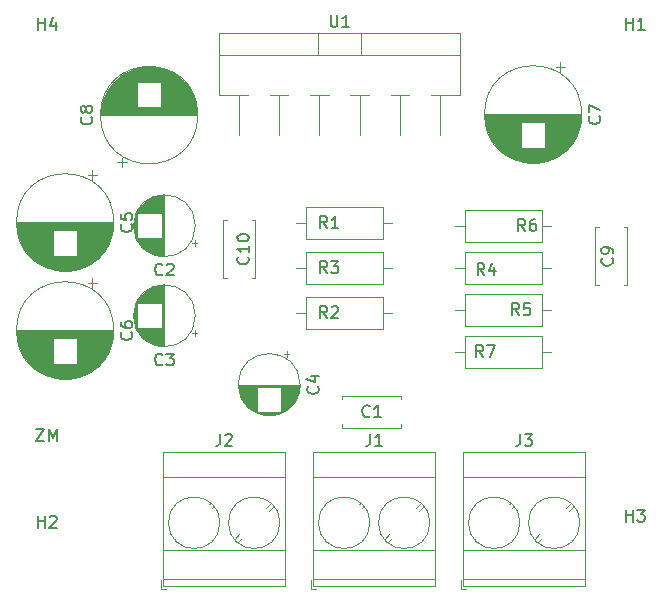
<source format=gbr>
G04 #@! TF.GenerationSoftware,KiCad,Pcbnew,(5.1.4-0-10_14)*
G04 #@! TF.CreationDate,2021-05-27T15:15:14+02:00*
G04 #@! TF.ProjectId,Untitled,556e7469-746c-4656-942e-6b696361645f,rev?*
G04 #@! TF.SameCoordinates,Original*
G04 #@! TF.FileFunction,Legend,Top*
G04 #@! TF.FilePolarity,Positive*
%FSLAX46Y46*%
G04 Gerber Fmt 4.6, Leading zero omitted, Abs format (unit mm)*
G04 Created by KiCad (PCBNEW (5.1.4-0-10_14)) date 2021-05-27 15:15:14*
%MOMM*%
%LPD*%
G04 APERTURE LIST*
%ADD10C,0.150000*%
%ADD11C,0.120000*%
G04 APERTURE END LIST*
D10*
X104759238Y-72096380D02*
X105425904Y-72096380D01*
X104759238Y-73096380D01*
X105425904Y-73096380D01*
X105806857Y-73096380D02*
X105806857Y-72096380D01*
X106140190Y-72810666D01*
X106473523Y-72096380D01*
X106473523Y-73096380D01*
D11*
X135606000Y-71982000D02*
X130666000Y-71982000D01*
X135606000Y-69242000D02*
X130666000Y-69242000D01*
X135606000Y-71982000D02*
X135606000Y-71667000D01*
X135606000Y-69557000D02*
X135606000Y-69242000D01*
X130666000Y-71982000D02*
X130666000Y-71667000D01*
X130666000Y-69557000D02*
X130666000Y-69242000D01*
X118210000Y-54864000D02*
G75*
G03X118210000Y-54864000I-2620000J0D01*
G01*
X115590000Y-57444000D02*
X115590000Y-52284000D01*
X115550000Y-57444000D02*
X115550000Y-52284000D01*
X115510000Y-57443000D02*
X115510000Y-52285000D01*
X115470000Y-57442000D02*
X115470000Y-52286000D01*
X115430000Y-57440000D02*
X115430000Y-52288000D01*
X115390000Y-57437000D02*
X115390000Y-52291000D01*
X115350000Y-57433000D02*
X115350000Y-55904000D01*
X115350000Y-53824000D02*
X115350000Y-52295000D01*
X115310000Y-57429000D02*
X115310000Y-55904000D01*
X115310000Y-53824000D02*
X115310000Y-52299000D01*
X115270000Y-57425000D02*
X115270000Y-55904000D01*
X115270000Y-53824000D02*
X115270000Y-52303000D01*
X115230000Y-57420000D02*
X115230000Y-55904000D01*
X115230000Y-53824000D02*
X115230000Y-52308000D01*
X115190000Y-57414000D02*
X115190000Y-55904000D01*
X115190000Y-53824000D02*
X115190000Y-52314000D01*
X115150000Y-57407000D02*
X115150000Y-55904000D01*
X115150000Y-53824000D02*
X115150000Y-52321000D01*
X115110000Y-57400000D02*
X115110000Y-55904000D01*
X115110000Y-53824000D02*
X115110000Y-52328000D01*
X115070000Y-57392000D02*
X115070000Y-55904000D01*
X115070000Y-53824000D02*
X115070000Y-52336000D01*
X115030000Y-57384000D02*
X115030000Y-55904000D01*
X115030000Y-53824000D02*
X115030000Y-52344000D01*
X114990000Y-57375000D02*
X114990000Y-55904000D01*
X114990000Y-53824000D02*
X114990000Y-52353000D01*
X114950000Y-57365000D02*
X114950000Y-55904000D01*
X114950000Y-53824000D02*
X114950000Y-52363000D01*
X114910000Y-57355000D02*
X114910000Y-55904000D01*
X114910000Y-53824000D02*
X114910000Y-52373000D01*
X114869000Y-57344000D02*
X114869000Y-55904000D01*
X114869000Y-53824000D02*
X114869000Y-52384000D01*
X114829000Y-57332000D02*
X114829000Y-55904000D01*
X114829000Y-53824000D02*
X114829000Y-52396000D01*
X114789000Y-57319000D02*
X114789000Y-55904000D01*
X114789000Y-53824000D02*
X114789000Y-52409000D01*
X114749000Y-57306000D02*
X114749000Y-55904000D01*
X114749000Y-53824000D02*
X114749000Y-52422000D01*
X114709000Y-57292000D02*
X114709000Y-55904000D01*
X114709000Y-53824000D02*
X114709000Y-52436000D01*
X114669000Y-57278000D02*
X114669000Y-55904000D01*
X114669000Y-53824000D02*
X114669000Y-52450000D01*
X114629000Y-57262000D02*
X114629000Y-55904000D01*
X114629000Y-53824000D02*
X114629000Y-52466000D01*
X114589000Y-57246000D02*
X114589000Y-55904000D01*
X114589000Y-53824000D02*
X114589000Y-52482000D01*
X114549000Y-57229000D02*
X114549000Y-55904000D01*
X114549000Y-53824000D02*
X114549000Y-52499000D01*
X114509000Y-57212000D02*
X114509000Y-55904000D01*
X114509000Y-53824000D02*
X114509000Y-52516000D01*
X114469000Y-57193000D02*
X114469000Y-55904000D01*
X114469000Y-53824000D02*
X114469000Y-52535000D01*
X114429000Y-57174000D02*
X114429000Y-55904000D01*
X114429000Y-53824000D02*
X114429000Y-52554000D01*
X114389000Y-57154000D02*
X114389000Y-55904000D01*
X114389000Y-53824000D02*
X114389000Y-52574000D01*
X114349000Y-57132000D02*
X114349000Y-55904000D01*
X114349000Y-53824000D02*
X114349000Y-52596000D01*
X114309000Y-57111000D02*
X114309000Y-55904000D01*
X114309000Y-53824000D02*
X114309000Y-52617000D01*
X114269000Y-57088000D02*
X114269000Y-55904000D01*
X114269000Y-53824000D02*
X114269000Y-52640000D01*
X114229000Y-57064000D02*
X114229000Y-55904000D01*
X114229000Y-53824000D02*
X114229000Y-52664000D01*
X114189000Y-57039000D02*
X114189000Y-55904000D01*
X114189000Y-53824000D02*
X114189000Y-52689000D01*
X114149000Y-57013000D02*
X114149000Y-55904000D01*
X114149000Y-53824000D02*
X114149000Y-52715000D01*
X114109000Y-56986000D02*
X114109000Y-55904000D01*
X114109000Y-53824000D02*
X114109000Y-52742000D01*
X114069000Y-56959000D02*
X114069000Y-55904000D01*
X114069000Y-53824000D02*
X114069000Y-52769000D01*
X114029000Y-56929000D02*
X114029000Y-55904000D01*
X114029000Y-53824000D02*
X114029000Y-52799000D01*
X113989000Y-56899000D02*
X113989000Y-55904000D01*
X113989000Y-53824000D02*
X113989000Y-52829000D01*
X113949000Y-56868000D02*
X113949000Y-55904000D01*
X113949000Y-53824000D02*
X113949000Y-52860000D01*
X113909000Y-56835000D02*
X113909000Y-55904000D01*
X113909000Y-53824000D02*
X113909000Y-52893000D01*
X113869000Y-56801000D02*
X113869000Y-55904000D01*
X113869000Y-53824000D02*
X113869000Y-52927000D01*
X113829000Y-56765000D02*
X113829000Y-55904000D01*
X113829000Y-53824000D02*
X113829000Y-52963000D01*
X113789000Y-56728000D02*
X113789000Y-55904000D01*
X113789000Y-53824000D02*
X113789000Y-53000000D01*
X113749000Y-56690000D02*
X113749000Y-55904000D01*
X113749000Y-53824000D02*
X113749000Y-53038000D01*
X113709000Y-56649000D02*
X113709000Y-55904000D01*
X113709000Y-53824000D02*
X113709000Y-53079000D01*
X113669000Y-56607000D02*
X113669000Y-55904000D01*
X113669000Y-53824000D02*
X113669000Y-53121000D01*
X113629000Y-56563000D02*
X113629000Y-55904000D01*
X113629000Y-53824000D02*
X113629000Y-53165000D01*
X113589000Y-56517000D02*
X113589000Y-55904000D01*
X113589000Y-53824000D02*
X113589000Y-53211000D01*
X113549000Y-56469000D02*
X113549000Y-55904000D01*
X113549000Y-53824000D02*
X113549000Y-53259000D01*
X113509000Y-56418000D02*
X113509000Y-55904000D01*
X113509000Y-53824000D02*
X113509000Y-53310000D01*
X113469000Y-56364000D02*
X113469000Y-55904000D01*
X113469000Y-53824000D02*
X113469000Y-53364000D01*
X113429000Y-56307000D02*
X113429000Y-55904000D01*
X113429000Y-53824000D02*
X113429000Y-53421000D01*
X113389000Y-56247000D02*
X113389000Y-55904000D01*
X113389000Y-53824000D02*
X113389000Y-53481000D01*
X113349000Y-56183000D02*
X113349000Y-55904000D01*
X113349000Y-53824000D02*
X113349000Y-53545000D01*
X113309000Y-56115000D02*
X113309000Y-55904000D01*
X113309000Y-53824000D02*
X113309000Y-53613000D01*
X113269000Y-56042000D02*
X113269000Y-53686000D01*
X113229000Y-55962000D02*
X113229000Y-53766000D01*
X113189000Y-55875000D02*
X113189000Y-53853000D01*
X113149000Y-55779000D02*
X113149000Y-53949000D01*
X113109000Y-55669000D02*
X113109000Y-54059000D01*
X113069000Y-55541000D02*
X113069000Y-54187000D01*
X113029000Y-55382000D02*
X113029000Y-54346000D01*
X112989000Y-55148000D02*
X112989000Y-54580000D01*
X118394775Y-56339000D02*
X117894775Y-56339000D01*
X118144775Y-56589000D02*
X118144775Y-56089000D01*
X118144775Y-64209000D02*
X118144775Y-63709000D01*
X118394775Y-63959000D02*
X117894775Y-63959000D01*
X112989000Y-62768000D02*
X112989000Y-62200000D01*
X113029000Y-63002000D02*
X113029000Y-61966000D01*
X113069000Y-63161000D02*
X113069000Y-61807000D01*
X113109000Y-63289000D02*
X113109000Y-61679000D01*
X113149000Y-63399000D02*
X113149000Y-61569000D01*
X113189000Y-63495000D02*
X113189000Y-61473000D01*
X113229000Y-63582000D02*
X113229000Y-61386000D01*
X113269000Y-63662000D02*
X113269000Y-61306000D01*
X113309000Y-61444000D02*
X113309000Y-61233000D01*
X113309000Y-63735000D02*
X113309000Y-63524000D01*
X113349000Y-61444000D02*
X113349000Y-61165000D01*
X113349000Y-63803000D02*
X113349000Y-63524000D01*
X113389000Y-61444000D02*
X113389000Y-61101000D01*
X113389000Y-63867000D02*
X113389000Y-63524000D01*
X113429000Y-61444000D02*
X113429000Y-61041000D01*
X113429000Y-63927000D02*
X113429000Y-63524000D01*
X113469000Y-61444000D02*
X113469000Y-60984000D01*
X113469000Y-63984000D02*
X113469000Y-63524000D01*
X113509000Y-61444000D02*
X113509000Y-60930000D01*
X113509000Y-64038000D02*
X113509000Y-63524000D01*
X113549000Y-61444000D02*
X113549000Y-60879000D01*
X113549000Y-64089000D02*
X113549000Y-63524000D01*
X113589000Y-61444000D02*
X113589000Y-60831000D01*
X113589000Y-64137000D02*
X113589000Y-63524000D01*
X113629000Y-61444000D02*
X113629000Y-60785000D01*
X113629000Y-64183000D02*
X113629000Y-63524000D01*
X113669000Y-61444000D02*
X113669000Y-60741000D01*
X113669000Y-64227000D02*
X113669000Y-63524000D01*
X113709000Y-61444000D02*
X113709000Y-60699000D01*
X113709000Y-64269000D02*
X113709000Y-63524000D01*
X113749000Y-61444000D02*
X113749000Y-60658000D01*
X113749000Y-64310000D02*
X113749000Y-63524000D01*
X113789000Y-61444000D02*
X113789000Y-60620000D01*
X113789000Y-64348000D02*
X113789000Y-63524000D01*
X113829000Y-61444000D02*
X113829000Y-60583000D01*
X113829000Y-64385000D02*
X113829000Y-63524000D01*
X113869000Y-61444000D02*
X113869000Y-60547000D01*
X113869000Y-64421000D02*
X113869000Y-63524000D01*
X113909000Y-61444000D02*
X113909000Y-60513000D01*
X113909000Y-64455000D02*
X113909000Y-63524000D01*
X113949000Y-61444000D02*
X113949000Y-60480000D01*
X113949000Y-64488000D02*
X113949000Y-63524000D01*
X113989000Y-61444000D02*
X113989000Y-60449000D01*
X113989000Y-64519000D02*
X113989000Y-63524000D01*
X114029000Y-61444000D02*
X114029000Y-60419000D01*
X114029000Y-64549000D02*
X114029000Y-63524000D01*
X114069000Y-61444000D02*
X114069000Y-60389000D01*
X114069000Y-64579000D02*
X114069000Y-63524000D01*
X114109000Y-61444000D02*
X114109000Y-60362000D01*
X114109000Y-64606000D02*
X114109000Y-63524000D01*
X114149000Y-61444000D02*
X114149000Y-60335000D01*
X114149000Y-64633000D02*
X114149000Y-63524000D01*
X114189000Y-61444000D02*
X114189000Y-60309000D01*
X114189000Y-64659000D02*
X114189000Y-63524000D01*
X114229000Y-61444000D02*
X114229000Y-60284000D01*
X114229000Y-64684000D02*
X114229000Y-63524000D01*
X114269000Y-61444000D02*
X114269000Y-60260000D01*
X114269000Y-64708000D02*
X114269000Y-63524000D01*
X114309000Y-61444000D02*
X114309000Y-60237000D01*
X114309000Y-64731000D02*
X114309000Y-63524000D01*
X114349000Y-61444000D02*
X114349000Y-60216000D01*
X114349000Y-64752000D02*
X114349000Y-63524000D01*
X114389000Y-61444000D02*
X114389000Y-60194000D01*
X114389000Y-64774000D02*
X114389000Y-63524000D01*
X114429000Y-61444000D02*
X114429000Y-60174000D01*
X114429000Y-64794000D02*
X114429000Y-63524000D01*
X114469000Y-61444000D02*
X114469000Y-60155000D01*
X114469000Y-64813000D02*
X114469000Y-63524000D01*
X114509000Y-61444000D02*
X114509000Y-60136000D01*
X114509000Y-64832000D02*
X114509000Y-63524000D01*
X114549000Y-61444000D02*
X114549000Y-60119000D01*
X114549000Y-64849000D02*
X114549000Y-63524000D01*
X114589000Y-61444000D02*
X114589000Y-60102000D01*
X114589000Y-64866000D02*
X114589000Y-63524000D01*
X114629000Y-61444000D02*
X114629000Y-60086000D01*
X114629000Y-64882000D02*
X114629000Y-63524000D01*
X114669000Y-61444000D02*
X114669000Y-60070000D01*
X114669000Y-64898000D02*
X114669000Y-63524000D01*
X114709000Y-61444000D02*
X114709000Y-60056000D01*
X114709000Y-64912000D02*
X114709000Y-63524000D01*
X114749000Y-61444000D02*
X114749000Y-60042000D01*
X114749000Y-64926000D02*
X114749000Y-63524000D01*
X114789000Y-61444000D02*
X114789000Y-60029000D01*
X114789000Y-64939000D02*
X114789000Y-63524000D01*
X114829000Y-61444000D02*
X114829000Y-60016000D01*
X114829000Y-64952000D02*
X114829000Y-63524000D01*
X114869000Y-61444000D02*
X114869000Y-60004000D01*
X114869000Y-64964000D02*
X114869000Y-63524000D01*
X114910000Y-61444000D02*
X114910000Y-59993000D01*
X114910000Y-64975000D02*
X114910000Y-63524000D01*
X114950000Y-61444000D02*
X114950000Y-59983000D01*
X114950000Y-64985000D02*
X114950000Y-63524000D01*
X114990000Y-61444000D02*
X114990000Y-59973000D01*
X114990000Y-64995000D02*
X114990000Y-63524000D01*
X115030000Y-61444000D02*
X115030000Y-59964000D01*
X115030000Y-65004000D02*
X115030000Y-63524000D01*
X115070000Y-61444000D02*
X115070000Y-59956000D01*
X115070000Y-65012000D02*
X115070000Y-63524000D01*
X115110000Y-61444000D02*
X115110000Y-59948000D01*
X115110000Y-65020000D02*
X115110000Y-63524000D01*
X115150000Y-61444000D02*
X115150000Y-59941000D01*
X115150000Y-65027000D02*
X115150000Y-63524000D01*
X115190000Y-61444000D02*
X115190000Y-59934000D01*
X115190000Y-65034000D02*
X115190000Y-63524000D01*
X115230000Y-61444000D02*
X115230000Y-59928000D01*
X115230000Y-65040000D02*
X115230000Y-63524000D01*
X115270000Y-61444000D02*
X115270000Y-59923000D01*
X115270000Y-65045000D02*
X115270000Y-63524000D01*
X115310000Y-61444000D02*
X115310000Y-59919000D01*
X115310000Y-65049000D02*
X115310000Y-63524000D01*
X115350000Y-61444000D02*
X115350000Y-59915000D01*
X115350000Y-65053000D02*
X115350000Y-63524000D01*
X115390000Y-65057000D02*
X115390000Y-59911000D01*
X115430000Y-65060000D02*
X115430000Y-59908000D01*
X115470000Y-65062000D02*
X115470000Y-59906000D01*
X115510000Y-65063000D02*
X115510000Y-59905000D01*
X115550000Y-65064000D02*
X115550000Y-59904000D01*
X115590000Y-65064000D02*
X115590000Y-59904000D01*
X118210000Y-62484000D02*
G75*
G03X118210000Y-62484000I-2620000J0D01*
G01*
X127080000Y-68306000D02*
G75*
G03X127080000Y-68306000I-2620000J0D01*
G01*
X127040000Y-68306000D02*
X121880000Y-68306000D01*
X127040000Y-68346000D02*
X121880000Y-68346000D01*
X127039000Y-68386000D02*
X121881000Y-68386000D01*
X127038000Y-68426000D02*
X121882000Y-68426000D01*
X127036000Y-68466000D02*
X121884000Y-68466000D01*
X127033000Y-68506000D02*
X121887000Y-68506000D01*
X127029000Y-68546000D02*
X125500000Y-68546000D01*
X123420000Y-68546000D02*
X121891000Y-68546000D01*
X127025000Y-68586000D02*
X125500000Y-68586000D01*
X123420000Y-68586000D02*
X121895000Y-68586000D01*
X127021000Y-68626000D02*
X125500000Y-68626000D01*
X123420000Y-68626000D02*
X121899000Y-68626000D01*
X127016000Y-68666000D02*
X125500000Y-68666000D01*
X123420000Y-68666000D02*
X121904000Y-68666000D01*
X127010000Y-68706000D02*
X125500000Y-68706000D01*
X123420000Y-68706000D02*
X121910000Y-68706000D01*
X127003000Y-68746000D02*
X125500000Y-68746000D01*
X123420000Y-68746000D02*
X121917000Y-68746000D01*
X126996000Y-68786000D02*
X125500000Y-68786000D01*
X123420000Y-68786000D02*
X121924000Y-68786000D01*
X126988000Y-68826000D02*
X125500000Y-68826000D01*
X123420000Y-68826000D02*
X121932000Y-68826000D01*
X126980000Y-68866000D02*
X125500000Y-68866000D01*
X123420000Y-68866000D02*
X121940000Y-68866000D01*
X126971000Y-68906000D02*
X125500000Y-68906000D01*
X123420000Y-68906000D02*
X121949000Y-68906000D01*
X126961000Y-68946000D02*
X125500000Y-68946000D01*
X123420000Y-68946000D02*
X121959000Y-68946000D01*
X126951000Y-68986000D02*
X125500000Y-68986000D01*
X123420000Y-68986000D02*
X121969000Y-68986000D01*
X126940000Y-69027000D02*
X125500000Y-69027000D01*
X123420000Y-69027000D02*
X121980000Y-69027000D01*
X126928000Y-69067000D02*
X125500000Y-69067000D01*
X123420000Y-69067000D02*
X121992000Y-69067000D01*
X126915000Y-69107000D02*
X125500000Y-69107000D01*
X123420000Y-69107000D02*
X122005000Y-69107000D01*
X126902000Y-69147000D02*
X125500000Y-69147000D01*
X123420000Y-69147000D02*
X122018000Y-69147000D01*
X126888000Y-69187000D02*
X125500000Y-69187000D01*
X123420000Y-69187000D02*
X122032000Y-69187000D01*
X126874000Y-69227000D02*
X125500000Y-69227000D01*
X123420000Y-69227000D02*
X122046000Y-69227000D01*
X126858000Y-69267000D02*
X125500000Y-69267000D01*
X123420000Y-69267000D02*
X122062000Y-69267000D01*
X126842000Y-69307000D02*
X125500000Y-69307000D01*
X123420000Y-69307000D02*
X122078000Y-69307000D01*
X126825000Y-69347000D02*
X125500000Y-69347000D01*
X123420000Y-69347000D02*
X122095000Y-69347000D01*
X126808000Y-69387000D02*
X125500000Y-69387000D01*
X123420000Y-69387000D02*
X122112000Y-69387000D01*
X126789000Y-69427000D02*
X125500000Y-69427000D01*
X123420000Y-69427000D02*
X122131000Y-69427000D01*
X126770000Y-69467000D02*
X125500000Y-69467000D01*
X123420000Y-69467000D02*
X122150000Y-69467000D01*
X126750000Y-69507000D02*
X125500000Y-69507000D01*
X123420000Y-69507000D02*
X122170000Y-69507000D01*
X126728000Y-69547000D02*
X125500000Y-69547000D01*
X123420000Y-69547000D02*
X122192000Y-69547000D01*
X126707000Y-69587000D02*
X125500000Y-69587000D01*
X123420000Y-69587000D02*
X122213000Y-69587000D01*
X126684000Y-69627000D02*
X125500000Y-69627000D01*
X123420000Y-69627000D02*
X122236000Y-69627000D01*
X126660000Y-69667000D02*
X125500000Y-69667000D01*
X123420000Y-69667000D02*
X122260000Y-69667000D01*
X126635000Y-69707000D02*
X125500000Y-69707000D01*
X123420000Y-69707000D02*
X122285000Y-69707000D01*
X126609000Y-69747000D02*
X125500000Y-69747000D01*
X123420000Y-69747000D02*
X122311000Y-69747000D01*
X126582000Y-69787000D02*
X125500000Y-69787000D01*
X123420000Y-69787000D02*
X122338000Y-69787000D01*
X126555000Y-69827000D02*
X125500000Y-69827000D01*
X123420000Y-69827000D02*
X122365000Y-69827000D01*
X126525000Y-69867000D02*
X125500000Y-69867000D01*
X123420000Y-69867000D02*
X122395000Y-69867000D01*
X126495000Y-69907000D02*
X125500000Y-69907000D01*
X123420000Y-69907000D02*
X122425000Y-69907000D01*
X126464000Y-69947000D02*
X125500000Y-69947000D01*
X123420000Y-69947000D02*
X122456000Y-69947000D01*
X126431000Y-69987000D02*
X125500000Y-69987000D01*
X123420000Y-69987000D02*
X122489000Y-69987000D01*
X126397000Y-70027000D02*
X125500000Y-70027000D01*
X123420000Y-70027000D02*
X122523000Y-70027000D01*
X126361000Y-70067000D02*
X125500000Y-70067000D01*
X123420000Y-70067000D02*
X122559000Y-70067000D01*
X126324000Y-70107000D02*
X125500000Y-70107000D01*
X123420000Y-70107000D02*
X122596000Y-70107000D01*
X126286000Y-70147000D02*
X125500000Y-70147000D01*
X123420000Y-70147000D02*
X122634000Y-70147000D01*
X126245000Y-70187000D02*
X125500000Y-70187000D01*
X123420000Y-70187000D02*
X122675000Y-70187000D01*
X126203000Y-70227000D02*
X125500000Y-70227000D01*
X123420000Y-70227000D02*
X122717000Y-70227000D01*
X126159000Y-70267000D02*
X125500000Y-70267000D01*
X123420000Y-70267000D02*
X122761000Y-70267000D01*
X126113000Y-70307000D02*
X125500000Y-70307000D01*
X123420000Y-70307000D02*
X122807000Y-70307000D01*
X126065000Y-70347000D02*
X125500000Y-70347000D01*
X123420000Y-70347000D02*
X122855000Y-70347000D01*
X126014000Y-70387000D02*
X125500000Y-70387000D01*
X123420000Y-70387000D02*
X122906000Y-70387000D01*
X125960000Y-70427000D02*
X125500000Y-70427000D01*
X123420000Y-70427000D02*
X122960000Y-70427000D01*
X125903000Y-70467000D02*
X125500000Y-70467000D01*
X123420000Y-70467000D02*
X123017000Y-70467000D01*
X125843000Y-70507000D02*
X125500000Y-70507000D01*
X123420000Y-70507000D02*
X123077000Y-70507000D01*
X125779000Y-70547000D02*
X125500000Y-70547000D01*
X123420000Y-70547000D02*
X123141000Y-70547000D01*
X125711000Y-70587000D02*
X125500000Y-70587000D01*
X123420000Y-70587000D02*
X123209000Y-70587000D01*
X125638000Y-70627000D02*
X123282000Y-70627000D01*
X125558000Y-70667000D02*
X123362000Y-70667000D01*
X125471000Y-70707000D02*
X123449000Y-70707000D01*
X125375000Y-70747000D02*
X123545000Y-70747000D01*
X125265000Y-70787000D02*
X123655000Y-70787000D01*
X125137000Y-70827000D02*
X123783000Y-70827000D01*
X124978000Y-70867000D02*
X123942000Y-70867000D01*
X124744000Y-70907000D02*
X124176000Y-70907000D01*
X125935000Y-65501225D02*
X125935000Y-66001225D01*
X126185000Y-65751225D02*
X125685000Y-65751225D01*
X111308000Y-54582000D02*
G75*
G03X111308000Y-54582000I-4120000J0D01*
G01*
X111268000Y-54582000D02*
X103108000Y-54582000D01*
X111268000Y-54622000D02*
X103108000Y-54622000D01*
X111268000Y-54662000D02*
X103108000Y-54662000D01*
X111267000Y-54702000D02*
X103109000Y-54702000D01*
X111265000Y-54742000D02*
X103111000Y-54742000D01*
X111264000Y-54782000D02*
X103112000Y-54782000D01*
X111262000Y-54822000D02*
X103114000Y-54822000D01*
X111259000Y-54862000D02*
X103117000Y-54862000D01*
X111256000Y-54902000D02*
X103120000Y-54902000D01*
X111253000Y-54942000D02*
X103123000Y-54942000D01*
X111249000Y-54982000D02*
X103127000Y-54982000D01*
X111245000Y-55022000D02*
X103131000Y-55022000D01*
X111240000Y-55062000D02*
X103136000Y-55062000D01*
X111236000Y-55102000D02*
X103140000Y-55102000D01*
X111230000Y-55142000D02*
X103146000Y-55142000D01*
X111225000Y-55182000D02*
X103151000Y-55182000D01*
X111218000Y-55222000D02*
X103158000Y-55222000D01*
X111212000Y-55262000D02*
X103164000Y-55262000D01*
X111205000Y-55303000D02*
X108228000Y-55303000D01*
X106148000Y-55303000D02*
X103171000Y-55303000D01*
X111198000Y-55343000D02*
X108228000Y-55343000D01*
X106148000Y-55343000D02*
X103178000Y-55343000D01*
X111190000Y-55383000D02*
X108228000Y-55383000D01*
X106148000Y-55383000D02*
X103186000Y-55383000D01*
X111182000Y-55423000D02*
X108228000Y-55423000D01*
X106148000Y-55423000D02*
X103194000Y-55423000D01*
X111173000Y-55463000D02*
X108228000Y-55463000D01*
X106148000Y-55463000D02*
X103203000Y-55463000D01*
X111164000Y-55503000D02*
X108228000Y-55503000D01*
X106148000Y-55503000D02*
X103212000Y-55503000D01*
X111155000Y-55543000D02*
X108228000Y-55543000D01*
X106148000Y-55543000D02*
X103221000Y-55543000D01*
X111145000Y-55583000D02*
X108228000Y-55583000D01*
X106148000Y-55583000D02*
X103231000Y-55583000D01*
X111135000Y-55623000D02*
X108228000Y-55623000D01*
X106148000Y-55623000D02*
X103241000Y-55623000D01*
X111124000Y-55663000D02*
X108228000Y-55663000D01*
X106148000Y-55663000D02*
X103252000Y-55663000D01*
X111113000Y-55703000D02*
X108228000Y-55703000D01*
X106148000Y-55703000D02*
X103263000Y-55703000D01*
X111102000Y-55743000D02*
X108228000Y-55743000D01*
X106148000Y-55743000D02*
X103274000Y-55743000D01*
X111090000Y-55783000D02*
X108228000Y-55783000D01*
X106148000Y-55783000D02*
X103286000Y-55783000D01*
X111077000Y-55823000D02*
X108228000Y-55823000D01*
X106148000Y-55823000D02*
X103299000Y-55823000D01*
X111065000Y-55863000D02*
X108228000Y-55863000D01*
X106148000Y-55863000D02*
X103311000Y-55863000D01*
X111051000Y-55903000D02*
X108228000Y-55903000D01*
X106148000Y-55903000D02*
X103325000Y-55903000D01*
X111038000Y-55943000D02*
X108228000Y-55943000D01*
X106148000Y-55943000D02*
X103338000Y-55943000D01*
X111023000Y-55983000D02*
X108228000Y-55983000D01*
X106148000Y-55983000D02*
X103353000Y-55983000D01*
X111009000Y-56023000D02*
X108228000Y-56023000D01*
X106148000Y-56023000D02*
X103367000Y-56023000D01*
X110993000Y-56063000D02*
X108228000Y-56063000D01*
X106148000Y-56063000D02*
X103383000Y-56063000D01*
X110978000Y-56103000D02*
X108228000Y-56103000D01*
X106148000Y-56103000D02*
X103398000Y-56103000D01*
X110962000Y-56143000D02*
X108228000Y-56143000D01*
X106148000Y-56143000D02*
X103414000Y-56143000D01*
X110945000Y-56183000D02*
X108228000Y-56183000D01*
X106148000Y-56183000D02*
X103431000Y-56183000D01*
X110928000Y-56223000D02*
X108228000Y-56223000D01*
X106148000Y-56223000D02*
X103448000Y-56223000D01*
X110910000Y-56263000D02*
X108228000Y-56263000D01*
X106148000Y-56263000D02*
X103466000Y-56263000D01*
X110892000Y-56303000D02*
X108228000Y-56303000D01*
X106148000Y-56303000D02*
X103484000Y-56303000D01*
X110874000Y-56343000D02*
X108228000Y-56343000D01*
X106148000Y-56343000D02*
X103502000Y-56343000D01*
X110854000Y-56383000D02*
X108228000Y-56383000D01*
X106148000Y-56383000D02*
X103522000Y-56383000D01*
X110835000Y-56423000D02*
X108228000Y-56423000D01*
X106148000Y-56423000D02*
X103541000Y-56423000D01*
X110815000Y-56463000D02*
X108228000Y-56463000D01*
X106148000Y-56463000D02*
X103561000Y-56463000D01*
X110794000Y-56503000D02*
X108228000Y-56503000D01*
X106148000Y-56503000D02*
X103582000Y-56503000D01*
X110772000Y-56543000D02*
X108228000Y-56543000D01*
X106148000Y-56543000D02*
X103604000Y-56543000D01*
X110750000Y-56583000D02*
X108228000Y-56583000D01*
X106148000Y-56583000D02*
X103626000Y-56583000D01*
X110728000Y-56623000D02*
X108228000Y-56623000D01*
X106148000Y-56623000D02*
X103648000Y-56623000D01*
X110705000Y-56663000D02*
X108228000Y-56663000D01*
X106148000Y-56663000D02*
X103671000Y-56663000D01*
X110681000Y-56703000D02*
X108228000Y-56703000D01*
X106148000Y-56703000D02*
X103695000Y-56703000D01*
X110657000Y-56743000D02*
X108228000Y-56743000D01*
X106148000Y-56743000D02*
X103719000Y-56743000D01*
X110632000Y-56783000D02*
X108228000Y-56783000D01*
X106148000Y-56783000D02*
X103744000Y-56783000D01*
X110606000Y-56823000D02*
X108228000Y-56823000D01*
X106148000Y-56823000D02*
X103770000Y-56823000D01*
X110580000Y-56863000D02*
X108228000Y-56863000D01*
X106148000Y-56863000D02*
X103796000Y-56863000D01*
X110553000Y-56903000D02*
X108228000Y-56903000D01*
X106148000Y-56903000D02*
X103823000Y-56903000D01*
X110526000Y-56943000D02*
X108228000Y-56943000D01*
X106148000Y-56943000D02*
X103850000Y-56943000D01*
X110497000Y-56983000D02*
X108228000Y-56983000D01*
X106148000Y-56983000D02*
X103879000Y-56983000D01*
X110468000Y-57023000D02*
X108228000Y-57023000D01*
X106148000Y-57023000D02*
X103908000Y-57023000D01*
X110438000Y-57063000D02*
X108228000Y-57063000D01*
X106148000Y-57063000D02*
X103938000Y-57063000D01*
X110408000Y-57103000D02*
X108228000Y-57103000D01*
X106148000Y-57103000D02*
X103968000Y-57103000D01*
X110377000Y-57143000D02*
X108228000Y-57143000D01*
X106148000Y-57143000D02*
X103999000Y-57143000D01*
X110344000Y-57183000D02*
X108228000Y-57183000D01*
X106148000Y-57183000D02*
X104032000Y-57183000D01*
X110312000Y-57223000D02*
X108228000Y-57223000D01*
X106148000Y-57223000D02*
X104064000Y-57223000D01*
X110278000Y-57263000D02*
X108228000Y-57263000D01*
X106148000Y-57263000D02*
X104098000Y-57263000D01*
X110243000Y-57303000D02*
X108228000Y-57303000D01*
X106148000Y-57303000D02*
X104133000Y-57303000D01*
X110207000Y-57343000D02*
X108228000Y-57343000D01*
X106148000Y-57343000D02*
X104169000Y-57343000D01*
X110171000Y-57383000D02*
X104205000Y-57383000D01*
X110133000Y-57423000D02*
X104243000Y-57423000D01*
X110095000Y-57463000D02*
X104281000Y-57463000D01*
X110055000Y-57503000D02*
X104321000Y-57503000D01*
X110014000Y-57543000D02*
X104362000Y-57543000D01*
X109972000Y-57583000D02*
X104404000Y-57583000D01*
X109929000Y-57623000D02*
X104447000Y-57623000D01*
X109885000Y-57663000D02*
X104491000Y-57663000D01*
X109839000Y-57703000D02*
X104537000Y-57703000D01*
X109792000Y-57743000D02*
X104584000Y-57743000D01*
X109744000Y-57783000D02*
X104632000Y-57783000D01*
X109693000Y-57823000D02*
X104683000Y-57823000D01*
X109642000Y-57863000D02*
X104734000Y-57863000D01*
X109588000Y-57903000D02*
X104788000Y-57903000D01*
X109533000Y-57943000D02*
X104843000Y-57943000D01*
X109475000Y-57983000D02*
X104901000Y-57983000D01*
X109416000Y-58023000D02*
X104960000Y-58023000D01*
X109354000Y-58063000D02*
X105022000Y-58063000D01*
X109290000Y-58103000D02*
X105086000Y-58103000D01*
X109222000Y-58143000D02*
X105154000Y-58143000D01*
X109152000Y-58183000D02*
X105224000Y-58183000D01*
X109078000Y-58223000D02*
X105298000Y-58223000D01*
X109001000Y-58263000D02*
X105375000Y-58263000D01*
X108919000Y-58303000D02*
X105457000Y-58303000D01*
X108833000Y-58343000D02*
X105543000Y-58343000D01*
X108740000Y-58383000D02*
X105636000Y-58383000D01*
X108641000Y-58423000D02*
X105735000Y-58423000D01*
X108534000Y-58463000D02*
X105842000Y-58463000D01*
X108417000Y-58503000D02*
X105959000Y-58503000D01*
X108286000Y-58543000D02*
X106090000Y-58543000D01*
X108136000Y-58583000D02*
X106240000Y-58583000D01*
X107956000Y-58623000D02*
X106420000Y-58623000D01*
X107721000Y-58663000D02*
X106655000Y-58663000D01*
X109503000Y-50172302D02*
X109503000Y-50972302D01*
X109903000Y-50572302D02*
X109103000Y-50572302D01*
X109903000Y-59716302D02*
X109103000Y-59716302D01*
X109503000Y-59316302D02*
X109503000Y-60116302D01*
X107721000Y-67807000D02*
X106655000Y-67807000D01*
X107956000Y-67767000D02*
X106420000Y-67767000D01*
X108136000Y-67727000D02*
X106240000Y-67727000D01*
X108286000Y-67687000D02*
X106090000Y-67687000D01*
X108417000Y-67647000D02*
X105959000Y-67647000D01*
X108534000Y-67607000D02*
X105842000Y-67607000D01*
X108641000Y-67567000D02*
X105735000Y-67567000D01*
X108740000Y-67527000D02*
X105636000Y-67527000D01*
X108833000Y-67487000D02*
X105543000Y-67487000D01*
X108919000Y-67447000D02*
X105457000Y-67447000D01*
X109001000Y-67407000D02*
X105375000Y-67407000D01*
X109078000Y-67367000D02*
X105298000Y-67367000D01*
X109152000Y-67327000D02*
X105224000Y-67327000D01*
X109222000Y-67287000D02*
X105154000Y-67287000D01*
X109290000Y-67247000D02*
X105086000Y-67247000D01*
X109354000Y-67207000D02*
X105022000Y-67207000D01*
X109416000Y-67167000D02*
X104960000Y-67167000D01*
X109475000Y-67127000D02*
X104901000Y-67127000D01*
X109533000Y-67087000D02*
X104843000Y-67087000D01*
X109588000Y-67047000D02*
X104788000Y-67047000D01*
X109642000Y-67007000D02*
X104734000Y-67007000D01*
X109693000Y-66967000D02*
X104683000Y-66967000D01*
X109744000Y-66927000D02*
X104632000Y-66927000D01*
X109792000Y-66887000D02*
X104584000Y-66887000D01*
X109839000Y-66847000D02*
X104537000Y-66847000D01*
X109885000Y-66807000D02*
X104491000Y-66807000D01*
X109929000Y-66767000D02*
X104447000Y-66767000D01*
X109972000Y-66727000D02*
X104404000Y-66727000D01*
X110014000Y-66687000D02*
X104362000Y-66687000D01*
X110055000Y-66647000D02*
X104321000Y-66647000D01*
X110095000Y-66607000D02*
X104281000Y-66607000D01*
X110133000Y-66567000D02*
X104243000Y-66567000D01*
X110171000Y-66527000D02*
X104205000Y-66527000D01*
X106148000Y-66487000D02*
X104169000Y-66487000D01*
X110207000Y-66487000D02*
X108228000Y-66487000D01*
X106148000Y-66447000D02*
X104133000Y-66447000D01*
X110243000Y-66447000D02*
X108228000Y-66447000D01*
X106148000Y-66407000D02*
X104098000Y-66407000D01*
X110278000Y-66407000D02*
X108228000Y-66407000D01*
X106148000Y-66367000D02*
X104064000Y-66367000D01*
X110312000Y-66367000D02*
X108228000Y-66367000D01*
X106148000Y-66327000D02*
X104032000Y-66327000D01*
X110344000Y-66327000D02*
X108228000Y-66327000D01*
X106148000Y-66287000D02*
X103999000Y-66287000D01*
X110377000Y-66287000D02*
X108228000Y-66287000D01*
X106148000Y-66247000D02*
X103968000Y-66247000D01*
X110408000Y-66247000D02*
X108228000Y-66247000D01*
X106148000Y-66207000D02*
X103938000Y-66207000D01*
X110438000Y-66207000D02*
X108228000Y-66207000D01*
X106148000Y-66167000D02*
X103908000Y-66167000D01*
X110468000Y-66167000D02*
X108228000Y-66167000D01*
X106148000Y-66127000D02*
X103879000Y-66127000D01*
X110497000Y-66127000D02*
X108228000Y-66127000D01*
X106148000Y-66087000D02*
X103850000Y-66087000D01*
X110526000Y-66087000D02*
X108228000Y-66087000D01*
X106148000Y-66047000D02*
X103823000Y-66047000D01*
X110553000Y-66047000D02*
X108228000Y-66047000D01*
X106148000Y-66007000D02*
X103796000Y-66007000D01*
X110580000Y-66007000D02*
X108228000Y-66007000D01*
X106148000Y-65967000D02*
X103770000Y-65967000D01*
X110606000Y-65967000D02*
X108228000Y-65967000D01*
X106148000Y-65927000D02*
X103744000Y-65927000D01*
X110632000Y-65927000D02*
X108228000Y-65927000D01*
X106148000Y-65887000D02*
X103719000Y-65887000D01*
X110657000Y-65887000D02*
X108228000Y-65887000D01*
X106148000Y-65847000D02*
X103695000Y-65847000D01*
X110681000Y-65847000D02*
X108228000Y-65847000D01*
X106148000Y-65807000D02*
X103671000Y-65807000D01*
X110705000Y-65807000D02*
X108228000Y-65807000D01*
X106148000Y-65767000D02*
X103648000Y-65767000D01*
X110728000Y-65767000D02*
X108228000Y-65767000D01*
X106148000Y-65727000D02*
X103626000Y-65727000D01*
X110750000Y-65727000D02*
X108228000Y-65727000D01*
X106148000Y-65687000D02*
X103604000Y-65687000D01*
X110772000Y-65687000D02*
X108228000Y-65687000D01*
X106148000Y-65647000D02*
X103582000Y-65647000D01*
X110794000Y-65647000D02*
X108228000Y-65647000D01*
X106148000Y-65607000D02*
X103561000Y-65607000D01*
X110815000Y-65607000D02*
X108228000Y-65607000D01*
X106148000Y-65567000D02*
X103541000Y-65567000D01*
X110835000Y-65567000D02*
X108228000Y-65567000D01*
X106148000Y-65527000D02*
X103522000Y-65527000D01*
X110854000Y-65527000D02*
X108228000Y-65527000D01*
X106148000Y-65487000D02*
X103502000Y-65487000D01*
X110874000Y-65487000D02*
X108228000Y-65487000D01*
X106148000Y-65447000D02*
X103484000Y-65447000D01*
X110892000Y-65447000D02*
X108228000Y-65447000D01*
X106148000Y-65407000D02*
X103466000Y-65407000D01*
X110910000Y-65407000D02*
X108228000Y-65407000D01*
X106148000Y-65367000D02*
X103448000Y-65367000D01*
X110928000Y-65367000D02*
X108228000Y-65367000D01*
X106148000Y-65327000D02*
X103431000Y-65327000D01*
X110945000Y-65327000D02*
X108228000Y-65327000D01*
X106148000Y-65287000D02*
X103414000Y-65287000D01*
X110962000Y-65287000D02*
X108228000Y-65287000D01*
X106148000Y-65247000D02*
X103398000Y-65247000D01*
X110978000Y-65247000D02*
X108228000Y-65247000D01*
X106148000Y-65207000D02*
X103383000Y-65207000D01*
X110993000Y-65207000D02*
X108228000Y-65207000D01*
X106148000Y-65167000D02*
X103367000Y-65167000D01*
X111009000Y-65167000D02*
X108228000Y-65167000D01*
X106148000Y-65127000D02*
X103353000Y-65127000D01*
X111023000Y-65127000D02*
X108228000Y-65127000D01*
X106148000Y-65087000D02*
X103338000Y-65087000D01*
X111038000Y-65087000D02*
X108228000Y-65087000D01*
X106148000Y-65047000D02*
X103325000Y-65047000D01*
X111051000Y-65047000D02*
X108228000Y-65047000D01*
X106148000Y-65007000D02*
X103311000Y-65007000D01*
X111065000Y-65007000D02*
X108228000Y-65007000D01*
X106148000Y-64967000D02*
X103299000Y-64967000D01*
X111077000Y-64967000D02*
X108228000Y-64967000D01*
X106148000Y-64927000D02*
X103286000Y-64927000D01*
X111090000Y-64927000D02*
X108228000Y-64927000D01*
X106148000Y-64887000D02*
X103274000Y-64887000D01*
X111102000Y-64887000D02*
X108228000Y-64887000D01*
X106148000Y-64847000D02*
X103263000Y-64847000D01*
X111113000Y-64847000D02*
X108228000Y-64847000D01*
X106148000Y-64807000D02*
X103252000Y-64807000D01*
X111124000Y-64807000D02*
X108228000Y-64807000D01*
X106148000Y-64767000D02*
X103241000Y-64767000D01*
X111135000Y-64767000D02*
X108228000Y-64767000D01*
X106148000Y-64727000D02*
X103231000Y-64727000D01*
X111145000Y-64727000D02*
X108228000Y-64727000D01*
X106148000Y-64687000D02*
X103221000Y-64687000D01*
X111155000Y-64687000D02*
X108228000Y-64687000D01*
X106148000Y-64647000D02*
X103212000Y-64647000D01*
X111164000Y-64647000D02*
X108228000Y-64647000D01*
X106148000Y-64607000D02*
X103203000Y-64607000D01*
X111173000Y-64607000D02*
X108228000Y-64607000D01*
X106148000Y-64567000D02*
X103194000Y-64567000D01*
X111182000Y-64567000D02*
X108228000Y-64567000D01*
X106148000Y-64527000D02*
X103186000Y-64527000D01*
X111190000Y-64527000D02*
X108228000Y-64527000D01*
X106148000Y-64487000D02*
X103178000Y-64487000D01*
X111198000Y-64487000D02*
X108228000Y-64487000D01*
X106148000Y-64447000D02*
X103171000Y-64447000D01*
X111205000Y-64447000D02*
X108228000Y-64447000D01*
X111212000Y-64406000D02*
X103164000Y-64406000D01*
X111218000Y-64366000D02*
X103158000Y-64366000D01*
X111225000Y-64326000D02*
X103151000Y-64326000D01*
X111230000Y-64286000D02*
X103146000Y-64286000D01*
X111236000Y-64246000D02*
X103140000Y-64246000D01*
X111240000Y-64206000D02*
X103136000Y-64206000D01*
X111245000Y-64166000D02*
X103131000Y-64166000D01*
X111249000Y-64126000D02*
X103127000Y-64126000D01*
X111253000Y-64086000D02*
X103123000Y-64086000D01*
X111256000Y-64046000D02*
X103120000Y-64046000D01*
X111259000Y-64006000D02*
X103117000Y-64006000D01*
X111262000Y-63966000D02*
X103114000Y-63966000D01*
X111264000Y-63926000D02*
X103112000Y-63926000D01*
X111265000Y-63886000D02*
X103111000Y-63886000D01*
X111267000Y-63846000D02*
X103109000Y-63846000D01*
X111268000Y-63806000D02*
X103108000Y-63806000D01*
X111268000Y-63766000D02*
X103108000Y-63766000D01*
X111268000Y-63726000D02*
X103108000Y-63726000D01*
X111308000Y-63726000D02*
G75*
G03X111308000Y-63726000I-4120000J0D01*
G01*
X150932000Y-45438000D02*
G75*
G03X150932000Y-45438000I-4120000J0D01*
G01*
X150892000Y-45438000D02*
X142732000Y-45438000D01*
X150892000Y-45478000D02*
X142732000Y-45478000D01*
X150892000Y-45518000D02*
X142732000Y-45518000D01*
X150891000Y-45558000D02*
X142733000Y-45558000D01*
X150889000Y-45598000D02*
X142735000Y-45598000D01*
X150888000Y-45638000D02*
X142736000Y-45638000D01*
X150886000Y-45678000D02*
X142738000Y-45678000D01*
X150883000Y-45718000D02*
X142741000Y-45718000D01*
X150880000Y-45758000D02*
X142744000Y-45758000D01*
X150877000Y-45798000D02*
X142747000Y-45798000D01*
X150873000Y-45838000D02*
X142751000Y-45838000D01*
X150869000Y-45878000D02*
X142755000Y-45878000D01*
X150864000Y-45918000D02*
X142760000Y-45918000D01*
X150860000Y-45958000D02*
X142764000Y-45958000D01*
X150854000Y-45998000D02*
X142770000Y-45998000D01*
X150849000Y-46038000D02*
X142775000Y-46038000D01*
X150842000Y-46078000D02*
X142782000Y-46078000D01*
X150836000Y-46118000D02*
X142788000Y-46118000D01*
X150829000Y-46159000D02*
X147852000Y-46159000D01*
X145772000Y-46159000D02*
X142795000Y-46159000D01*
X150822000Y-46199000D02*
X147852000Y-46199000D01*
X145772000Y-46199000D02*
X142802000Y-46199000D01*
X150814000Y-46239000D02*
X147852000Y-46239000D01*
X145772000Y-46239000D02*
X142810000Y-46239000D01*
X150806000Y-46279000D02*
X147852000Y-46279000D01*
X145772000Y-46279000D02*
X142818000Y-46279000D01*
X150797000Y-46319000D02*
X147852000Y-46319000D01*
X145772000Y-46319000D02*
X142827000Y-46319000D01*
X150788000Y-46359000D02*
X147852000Y-46359000D01*
X145772000Y-46359000D02*
X142836000Y-46359000D01*
X150779000Y-46399000D02*
X147852000Y-46399000D01*
X145772000Y-46399000D02*
X142845000Y-46399000D01*
X150769000Y-46439000D02*
X147852000Y-46439000D01*
X145772000Y-46439000D02*
X142855000Y-46439000D01*
X150759000Y-46479000D02*
X147852000Y-46479000D01*
X145772000Y-46479000D02*
X142865000Y-46479000D01*
X150748000Y-46519000D02*
X147852000Y-46519000D01*
X145772000Y-46519000D02*
X142876000Y-46519000D01*
X150737000Y-46559000D02*
X147852000Y-46559000D01*
X145772000Y-46559000D02*
X142887000Y-46559000D01*
X150726000Y-46599000D02*
X147852000Y-46599000D01*
X145772000Y-46599000D02*
X142898000Y-46599000D01*
X150714000Y-46639000D02*
X147852000Y-46639000D01*
X145772000Y-46639000D02*
X142910000Y-46639000D01*
X150701000Y-46679000D02*
X147852000Y-46679000D01*
X145772000Y-46679000D02*
X142923000Y-46679000D01*
X150689000Y-46719000D02*
X147852000Y-46719000D01*
X145772000Y-46719000D02*
X142935000Y-46719000D01*
X150675000Y-46759000D02*
X147852000Y-46759000D01*
X145772000Y-46759000D02*
X142949000Y-46759000D01*
X150662000Y-46799000D02*
X147852000Y-46799000D01*
X145772000Y-46799000D02*
X142962000Y-46799000D01*
X150647000Y-46839000D02*
X147852000Y-46839000D01*
X145772000Y-46839000D02*
X142977000Y-46839000D01*
X150633000Y-46879000D02*
X147852000Y-46879000D01*
X145772000Y-46879000D02*
X142991000Y-46879000D01*
X150617000Y-46919000D02*
X147852000Y-46919000D01*
X145772000Y-46919000D02*
X143007000Y-46919000D01*
X150602000Y-46959000D02*
X147852000Y-46959000D01*
X145772000Y-46959000D02*
X143022000Y-46959000D01*
X150586000Y-46999000D02*
X147852000Y-46999000D01*
X145772000Y-46999000D02*
X143038000Y-46999000D01*
X150569000Y-47039000D02*
X147852000Y-47039000D01*
X145772000Y-47039000D02*
X143055000Y-47039000D01*
X150552000Y-47079000D02*
X147852000Y-47079000D01*
X145772000Y-47079000D02*
X143072000Y-47079000D01*
X150534000Y-47119000D02*
X147852000Y-47119000D01*
X145772000Y-47119000D02*
X143090000Y-47119000D01*
X150516000Y-47159000D02*
X147852000Y-47159000D01*
X145772000Y-47159000D02*
X143108000Y-47159000D01*
X150498000Y-47199000D02*
X147852000Y-47199000D01*
X145772000Y-47199000D02*
X143126000Y-47199000D01*
X150478000Y-47239000D02*
X147852000Y-47239000D01*
X145772000Y-47239000D02*
X143146000Y-47239000D01*
X150459000Y-47279000D02*
X147852000Y-47279000D01*
X145772000Y-47279000D02*
X143165000Y-47279000D01*
X150439000Y-47319000D02*
X147852000Y-47319000D01*
X145772000Y-47319000D02*
X143185000Y-47319000D01*
X150418000Y-47359000D02*
X147852000Y-47359000D01*
X145772000Y-47359000D02*
X143206000Y-47359000D01*
X150396000Y-47399000D02*
X147852000Y-47399000D01*
X145772000Y-47399000D02*
X143228000Y-47399000D01*
X150374000Y-47439000D02*
X147852000Y-47439000D01*
X145772000Y-47439000D02*
X143250000Y-47439000D01*
X150352000Y-47479000D02*
X147852000Y-47479000D01*
X145772000Y-47479000D02*
X143272000Y-47479000D01*
X150329000Y-47519000D02*
X147852000Y-47519000D01*
X145772000Y-47519000D02*
X143295000Y-47519000D01*
X150305000Y-47559000D02*
X147852000Y-47559000D01*
X145772000Y-47559000D02*
X143319000Y-47559000D01*
X150281000Y-47599000D02*
X147852000Y-47599000D01*
X145772000Y-47599000D02*
X143343000Y-47599000D01*
X150256000Y-47639000D02*
X147852000Y-47639000D01*
X145772000Y-47639000D02*
X143368000Y-47639000D01*
X150230000Y-47679000D02*
X147852000Y-47679000D01*
X145772000Y-47679000D02*
X143394000Y-47679000D01*
X150204000Y-47719000D02*
X147852000Y-47719000D01*
X145772000Y-47719000D02*
X143420000Y-47719000D01*
X150177000Y-47759000D02*
X147852000Y-47759000D01*
X145772000Y-47759000D02*
X143447000Y-47759000D01*
X150150000Y-47799000D02*
X147852000Y-47799000D01*
X145772000Y-47799000D02*
X143474000Y-47799000D01*
X150121000Y-47839000D02*
X147852000Y-47839000D01*
X145772000Y-47839000D02*
X143503000Y-47839000D01*
X150092000Y-47879000D02*
X147852000Y-47879000D01*
X145772000Y-47879000D02*
X143532000Y-47879000D01*
X150062000Y-47919000D02*
X147852000Y-47919000D01*
X145772000Y-47919000D02*
X143562000Y-47919000D01*
X150032000Y-47959000D02*
X147852000Y-47959000D01*
X145772000Y-47959000D02*
X143592000Y-47959000D01*
X150001000Y-47999000D02*
X147852000Y-47999000D01*
X145772000Y-47999000D02*
X143623000Y-47999000D01*
X149968000Y-48039000D02*
X147852000Y-48039000D01*
X145772000Y-48039000D02*
X143656000Y-48039000D01*
X149936000Y-48079000D02*
X147852000Y-48079000D01*
X145772000Y-48079000D02*
X143688000Y-48079000D01*
X149902000Y-48119000D02*
X147852000Y-48119000D01*
X145772000Y-48119000D02*
X143722000Y-48119000D01*
X149867000Y-48159000D02*
X147852000Y-48159000D01*
X145772000Y-48159000D02*
X143757000Y-48159000D01*
X149831000Y-48199000D02*
X147852000Y-48199000D01*
X145772000Y-48199000D02*
X143793000Y-48199000D01*
X149795000Y-48239000D02*
X143829000Y-48239000D01*
X149757000Y-48279000D02*
X143867000Y-48279000D01*
X149719000Y-48319000D02*
X143905000Y-48319000D01*
X149679000Y-48359000D02*
X143945000Y-48359000D01*
X149638000Y-48399000D02*
X143986000Y-48399000D01*
X149596000Y-48439000D02*
X144028000Y-48439000D01*
X149553000Y-48479000D02*
X144071000Y-48479000D01*
X149509000Y-48519000D02*
X144115000Y-48519000D01*
X149463000Y-48559000D02*
X144161000Y-48559000D01*
X149416000Y-48599000D02*
X144208000Y-48599000D01*
X149368000Y-48639000D02*
X144256000Y-48639000D01*
X149317000Y-48679000D02*
X144307000Y-48679000D01*
X149266000Y-48719000D02*
X144358000Y-48719000D01*
X149212000Y-48759000D02*
X144412000Y-48759000D01*
X149157000Y-48799000D02*
X144467000Y-48799000D01*
X149099000Y-48839000D02*
X144525000Y-48839000D01*
X149040000Y-48879000D02*
X144584000Y-48879000D01*
X148978000Y-48919000D02*
X144646000Y-48919000D01*
X148914000Y-48959000D02*
X144710000Y-48959000D01*
X148846000Y-48999000D02*
X144778000Y-48999000D01*
X148776000Y-49039000D02*
X144848000Y-49039000D01*
X148702000Y-49079000D02*
X144922000Y-49079000D01*
X148625000Y-49119000D02*
X144999000Y-49119000D01*
X148543000Y-49159000D02*
X145081000Y-49159000D01*
X148457000Y-49199000D02*
X145167000Y-49199000D01*
X148364000Y-49239000D02*
X145260000Y-49239000D01*
X148265000Y-49279000D02*
X145359000Y-49279000D01*
X148158000Y-49319000D02*
X145466000Y-49319000D01*
X148041000Y-49359000D02*
X145583000Y-49359000D01*
X147910000Y-49399000D02*
X145714000Y-49399000D01*
X147760000Y-49439000D02*
X145864000Y-49439000D01*
X147580000Y-49479000D02*
X146044000Y-49479000D01*
X147345000Y-49519000D02*
X146279000Y-49519000D01*
X149127000Y-41028302D02*
X149127000Y-41828302D01*
X149527000Y-41428302D02*
X148727000Y-41428302D01*
X111585000Y-49503698D02*
X112385000Y-49503698D01*
X111985000Y-49903698D02*
X111985000Y-49103698D01*
X113767000Y-41413000D02*
X114833000Y-41413000D01*
X113532000Y-41453000D02*
X115068000Y-41453000D01*
X113352000Y-41493000D02*
X115248000Y-41493000D01*
X113202000Y-41533000D02*
X115398000Y-41533000D01*
X113071000Y-41573000D02*
X115529000Y-41573000D01*
X112954000Y-41613000D02*
X115646000Y-41613000D01*
X112847000Y-41653000D02*
X115753000Y-41653000D01*
X112748000Y-41693000D02*
X115852000Y-41693000D01*
X112655000Y-41733000D02*
X115945000Y-41733000D01*
X112569000Y-41773000D02*
X116031000Y-41773000D01*
X112487000Y-41813000D02*
X116113000Y-41813000D01*
X112410000Y-41853000D02*
X116190000Y-41853000D01*
X112336000Y-41893000D02*
X116264000Y-41893000D01*
X112266000Y-41933000D02*
X116334000Y-41933000D01*
X112198000Y-41973000D02*
X116402000Y-41973000D01*
X112134000Y-42013000D02*
X116466000Y-42013000D01*
X112072000Y-42053000D02*
X116528000Y-42053000D01*
X112013000Y-42093000D02*
X116587000Y-42093000D01*
X111955000Y-42133000D02*
X116645000Y-42133000D01*
X111900000Y-42173000D02*
X116700000Y-42173000D01*
X111846000Y-42213000D02*
X116754000Y-42213000D01*
X111795000Y-42253000D02*
X116805000Y-42253000D01*
X111744000Y-42293000D02*
X116856000Y-42293000D01*
X111696000Y-42333000D02*
X116904000Y-42333000D01*
X111649000Y-42373000D02*
X116951000Y-42373000D01*
X111603000Y-42413000D02*
X116997000Y-42413000D01*
X111559000Y-42453000D02*
X117041000Y-42453000D01*
X111516000Y-42493000D02*
X117084000Y-42493000D01*
X111474000Y-42533000D02*
X117126000Y-42533000D01*
X111433000Y-42573000D02*
X117167000Y-42573000D01*
X111393000Y-42613000D02*
X117207000Y-42613000D01*
X111355000Y-42653000D02*
X117245000Y-42653000D01*
X111317000Y-42693000D02*
X117283000Y-42693000D01*
X115340000Y-42733000D02*
X117319000Y-42733000D01*
X111281000Y-42733000D02*
X113260000Y-42733000D01*
X115340000Y-42773000D02*
X117355000Y-42773000D01*
X111245000Y-42773000D02*
X113260000Y-42773000D01*
X115340000Y-42813000D02*
X117390000Y-42813000D01*
X111210000Y-42813000D02*
X113260000Y-42813000D01*
X115340000Y-42853000D02*
X117424000Y-42853000D01*
X111176000Y-42853000D02*
X113260000Y-42853000D01*
X115340000Y-42893000D02*
X117456000Y-42893000D01*
X111144000Y-42893000D02*
X113260000Y-42893000D01*
X115340000Y-42933000D02*
X117489000Y-42933000D01*
X111111000Y-42933000D02*
X113260000Y-42933000D01*
X115340000Y-42973000D02*
X117520000Y-42973000D01*
X111080000Y-42973000D02*
X113260000Y-42973000D01*
X115340000Y-43013000D02*
X117550000Y-43013000D01*
X111050000Y-43013000D02*
X113260000Y-43013000D01*
X115340000Y-43053000D02*
X117580000Y-43053000D01*
X111020000Y-43053000D02*
X113260000Y-43053000D01*
X115340000Y-43093000D02*
X117609000Y-43093000D01*
X110991000Y-43093000D02*
X113260000Y-43093000D01*
X115340000Y-43133000D02*
X117638000Y-43133000D01*
X110962000Y-43133000D02*
X113260000Y-43133000D01*
X115340000Y-43173000D02*
X117665000Y-43173000D01*
X110935000Y-43173000D02*
X113260000Y-43173000D01*
X115340000Y-43213000D02*
X117692000Y-43213000D01*
X110908000Y-43213000D02*
X113260000Y-43213000D01*
X115340000Y-43253000D02*
X117718000Y-43253000D01*
X110882000Y-43253000D02*
X113260000Y-43253000D01*
X115340000Y-43293000D02*
X117744000Y-43293000D01*
X110856000Y-43293000D02*
X113260000Y-43293000D01*
X115340000Y-43333000D02*
X117769000Y-43333000D01*
X110831000Y-43333000D02*
X113260000Y-43333000D01*
X115340000Y-43373000D02*
X117793000Y-43373000D01*
X110807000Y-43373000D02*
X113260000Y-43373000D01*
X115340000Y-43413000D02*
X117817000Y-43413000D01*
X110783000Y-43413000D02*
X113260000Y-43413000D01*
X115340000Y-43453000D02*
X117840000Y-43453000D01*
X110760000Y-43453000D02*
X113260000Y-43453000D01*
X115340000Y-43493000D02*
X117862000Y-43493000D01*
X110738000Y-43493000D02*
X113260000Y-43493000D01*
X115340000Y-43533000D02*
X117884000Y-43533000D01*
X110716000Y-43533000D02*
X113260000Y-43533000D01*
X115340000Y-43573000D02*
X117906000Y-43573000D01*
X110694000Y-43573000D02*
X113260000Y-43573000D01*
X115340000Y-43613000D02*
X117927000Y-43613000D01*
X110673000Y-43613000D02*
X113260000Y-43613000D01*
X115340000Y-43653000D02*
X117947000Y-43653000D01*
X110653000Y-43653000D02*
X113260000Y-43653000D01*
X115340000Y-43693000D02*
X117966000Y-43693000D01*
X110634000Y-43693000D02*
X113260000Y-43693000D01*
X115340000Y-43733000D02*
X117986000Y-43733000D01*
X110614000Y-43733000D02*
X113260000Y-43733000D01*
X115340000Y-43773000D02*
X118004000Y-43773000D01*
X110596000Y-43773000D02*
X113260000Y-43773000D01*
X115340000Y-43813000D02*
X118022000Y-43813000D01*
X110578000Y-43813000D02*
X113260000Y-43813000D01*
X115340000Y-43853000D02*
X118040000Y-43853000D01*
X110560000Y-43853000D02*
X113260000Y-43853000D01*
X115340000Y-43893000D02*
X118057000Y-43893000D01*
X110543000Y-43893000D02*
X113260000Y-43893000D01*
X115340000Y-43933000D02*
X118074000Y-43933000D01*
X110526000Y-43933000D02*
X113260000Y-43933000D01*
X115340000Y-43973000D02*
X118090000Y-43973000D01*
X110510000Y-43973000D02*
X113260000Y-43973000D01*
X115340000Y-44013000D02*
X118105000Y-44013000D01*
X110495000Y-44013000D02*
X113260000Y-44013000D01*
X115340000Y-44053000D02*
X118121000Y-44053000D01*
X110479000Y-44053000D02*
X113260000Y-44053000D01*
X115340000Y-44093000D02*
X118135000Y-44093000D01*
X110465000Y-44093000D02*
X113260000Y-44093000D01*
X115340000Y-44133000D02*
X118150000Y-44133000D01*
X110450000Y-44133000D02*
X113260000Y-44133000D01*
X115340000Y-44173000D02*
X118163000Y-44173000D01*
X110437000Y-44173000D02*
X113260000Y-44173000D01*
X115340000Y-44213000D02*
X118177000Y-44213000D01*
X110423000Y-44213000D02*
X113260000Y-44213000D01*
X115340000Y-44253000D02*
X118189000Y-44253000D01*
X110411000Y-44253000D02*
X113260000Y-44253000D01*
X115340000Y-44293000D02*
X118202000Y-44293000D01*
X110398000Y-44293000D02*
X113260000Y-44293000D01*
X115340000Y-44333000D02*
X118214000Y-44333000D01*
X110386000Y-44333000D02*
X113260000Y-44333000D01*
X115340000Y-44373000D02*
X118225000Y-44373000D01*
X110375000Y-44373000D02*
X113260000Y-44373000D01*
X115340000Y-44413000D02*
X118236000Y-44413000D01*
X110364000Y-44413000D02*
X113260000Y-44413000D01*
X115340000Y-44453000D02*
X118247000Y-44453000D01*
X110353000Y-44453000D02*
X113260000Y-44453000D01*
X115340000Y-44493000D02*
X118257000Y-44493000D01*
X110343000Y-44493000D02*
X113260000Y-44493000D01*
X115340000Y-44533000D02*
X118267000Y-44533000D01*
X110333000Y-44533000D02*
X113260000Y-44533000D01*
X115340000Y-44573000D02*
X118276000Y-44573000D01*
X110324000Y-44573000D02*
X113260000Y-44573000D01*
X115340000Y-44613000D02*
X118285000Y-44613000D01*
X110315000Y-44613000D02*
X113260000Y-44613000D01*
X115340000Y-44653000D02*
X118294000Y-44653000D01*
X110306000Y-44653000D02*
X113260000Y-44653000D01*
X115340000Y-44693000D02*
X118302000Y-44693000D01*
X110298000Y-44693000D02*
X113260000Y-44693000D01*
X115340000Y-44733000D02*
X118310000Y-44733000D01*
X110290000Y-44733000D02*
X113260000Y-44733000D01*
X115340000Y-44773000D02*
X118317000Y-44773000D01*
X110283000Y-44773000D02*
X113260000Y-44773000D01*
X110276000Y-44814000D02*
X118324000Y-44814000D01*
X110270000Y-44854000D02*
X118330000Y-44854000D01*
X110263000Y-44894000D02*
X118337000Y-44894000D01*
X110258000Y-44934000D02*
X118342000Y-44934000D01*
X110252000Y-44974000D02*
X118348000Y-44974000D01*
X110248000Y-45014000D02*
X118352000Y-45014000D01*
X110243000Y-45054000D02*
X118357000Y-45054000D01*
X110239000Y-45094000D02*
X118361000Y-45094000D01*
X110235000Y-45134000D02*
X118365000Y-45134000D01*
X110232000Y-45174000D02*
X118368000Y-45174000D01*
X110229000Y-45214000D02*
X118371000Y-45214000D01*
X110226000Y-45254000D02*
X118374000Y-45254000D01*
X110224000Y-45294000D02*
X118376000Y-45294000D01*
X110223000Y-45334000D02*
X118377000Y-45334000D01*
X110221000Y-45374000D02*
X118379000Y-45374000D01*
X110220000Y-45414000D02*
X118380000Y-45414000D01*
X110220000Y-45454000D02*
X118380000Y-45454000D01*
X110220000Y-45494000D02*
X118380000Y-45494000D01*
X118420000Y-45494000D02*
G75*
G03X118420000Y-45494000I-4120000J0D01*
G01*
X154471000Y-54974000D02*
X154786000Y-54974000D01*
X152046000Y-54974000D02*
X152361000Y-54974000D01*
X154471000Y-59914000D02*
X154786000Y-59914000D01*
X152046000Y-59914000D02*
X152361000Y-59914000D01*
X154786000Y-59914000D02*
X154786000Y-54974000D01*
X152046000Y-59914000D02*
X152046000Y-54974000D01*
X123290000Y-54386000D02*
X123290000Y-59326000D01*
X120550000Y-54386000D02*
X120550000Y-59326000D01*
X123290000Y-54386000D02*
X122975000Y-54386000D01*
X120865000Y-54386000D02*
X120550000Y-54386000D01*
X123290000Y-59326000D02*
X122975000Y-59326000D01*
X120865000Y-59326000D02*
X120550000Y-59326000D01*
X132990000Y-80010000D02*
G75*
G03X132990000Y-80010000I-2180000J0D01*
G01*
X138070000Y-80010000D02*
G75*
G03X138070000Y-80010000I-2180000J0D01*
G01*
X128210000Y-84810000D02*
X138490000Y-84810000D01*
X128210000Y-82310000D02*
X138490000Y-82310000D01*
X128210000Y-76110000D02*
X138490000Y-76110000D01*
X128210000Y-74050000D02*
X138490000Y-74050000D01*
X128210000Y-85370000D02*
X138490000Y-85370000D01*
X128210000Y-74050000D02*
X128210000Y-85370000D01*
X138490000Y-74050000D02*
X138490000Y-85370000D01*
X132464000Y-78622000D02*
X132357000Y-78729000D01*
X129528000Y-81557000D02*
X129422000Y-81664000D01*
X132198000Y-78356000D02*
X132091000Y-78463000D01*
X129262000Y-81291000D02*
X129156000Y-81398000D01*
X137544000Y-78622000D02*
X137149000Y-79018000D01*
X134883000Y-81284000D02*
X134503000Y-81664000D01*
X137278000Y-78356000D02*
X136898000Y-78736000D01*
X134632000Y-81002000D02*
X134237000Y-81398000D01*
X127970000Y-84870000D02*
X127970000Y-85610000D01*
X127970000Y-85610000D02*
X128470000Y-85610000D01*
X115270000Y-85610000D02*
X115770000Y-85610000D01*
X115270000Y-84870000D02*
X115270000Y-85610000D01*
X121932000Y-81002000D02*
X121537000Y-81398000D01*
X124578000Y-78356000D02*
X124198000Y-78736000D01*
X122183000Y-81284000D02*
X121803000Y-81664000D01*
X124844000Y-78622000D02*
X124449000Y-79018000D01*
X116562000Y-81291000D02*
X116456000Y-81398000D01*
X119498000Y-78356000D02*
X119391000Y-78463000D01*
X116828000Y-81557000D02*
X116722000Y-81664000D01*
X119764000Y-78622000D02*
X119657000Y-78729000D01*
X125790000Y-74050000D02*
X125790000Y-85370000D01*
X115510000Y-74050000D02*
X115510000Y-85370000D01*
X115510000Y-85370000D02*
X125790000Y-85370000D01*
X115510000Y-74050000D02*
X125790000Y-74050000D01*
X115510000Y-76110000D02*
X125790000Y-76110000D01*
X115510000Y-82310000D02*
X125790000Y-82310000D01*
X115510000Y-84810000D02*
X125790000Y-84810000D01*
X125370000Y-80010000D02*
G75*
G03X125370000Y-80010000I-2180000J0D01*
G01*
X120290000Y-80010000D02*
G75*
G03X120290000Y-80010000I-2180000J0D01*
G01*
X145690000Y-80010000D02*
G75*
G03X145690000Y-80010000I-2180000J0D01*
G01*
X150770000Y-80010000D02*
G75*
G03X150770000Y-80010000I-2180000J0D01*
G01*
X140910000Y-84810000D02*
X151190000Y-84810000D01*
X140910000Y-82310000D02*
X151190000Y-82310000D01*
X140910000Y-76110000D02*
X151190000Y-76110000D01*
X140910000Y-74050000D02*
X151190000Y-74050000D01*
X140910000Y-85370000D02*
X151190000Y-85370000D01*
X140910000Y-74050000D02*
X140910000Y-85370000D01*
X151190000Y-74050000D02*
X151190000Y-85370000D01*
X145164000Y-78622000D02*
X145057000Y-78729000D01*
X142228000Y-81557000D02*
X142122000Y-81664000D01*
X144898000Y-78356000D02*
X144791000Y-78463000D01*
X141962000Y-81291000D02*
X141856000Y-81398000D01*
X150244000Y-78622000D02*
X149849000Y-79018000D01*
X147583000Y-81284000D02*
X147203000Y-81664000D01*
X149978000Y-78356000D02*
X149598000Y-78736000D01*
X147332000Y-81002000D02*
X146937000Y-81398000D01*
X140670000Y-84870000D02*
X140670000Y-85610000D01*
X140670000Y-85610000D02*
X141170000Y-85610000D01*
X126770000Y-54610000D02*
X127540000Y-54610000D01*
X134850000Y-54610000D02*
X134080000Y-54610000D01*
X127540000Y-55980000D02*
X134080000Y-55980000D01*
X127540000Y-53240000D02*
X127540000Y-55980000D01*
X134080000Y-53240000D02*
X127540000Y-53240000D01*
X134080000Y-55980000D02*
X134080000Y-53240000D01*
X134080000Y-63600000D02*
X134080000Y-60860000D01*
X134080000Y-60860000D02*
X127540000Y-60860000D01*
X127540000Y-60860000D02*
X127540000Y-63600000D01*
X127540000Y-63600000D02*
X134080000Y-63600000D01*
X134850000Y-62230000D02*
X134080000Y-62230000D01*
X126770000Y-62230000D02*
X127540000Y-62230000D01*
X134850000Y-58420000D02*
X134080000Y-58420000D01*
X126770000Y-58420000D02*
X127540000Y-58420000D01*
X134080000Y-57050000D02*
X127540000Y-57050000D01*
X134080000Y-59790000D02*
X134080000Y-57050000D01*
X127540000Y-59790000D02*
X134080000Y-59790000D01*
X127540000Y-57050000D02*
X127540000Y-59790000D01*
X141002000Y-57050000D02*
X141002000Y-59790000D01*
X141002000Y-59790000D02*
X147542000Y-59790000D01*
X147542000Y-59790000D02*
X147542000Y-57050000D01*
X147542000Y-57050000D02*
X141002000Y-57050000D01*
X140232000Y-58420000D02*
X141002000Y-58420000D01*
X148312000Y-58420000D02*
X147542000Y-58420000D01*
X140232000Y-61976000D02*
X141002000Y-61976000D01*
X148312000Y-61976000D02*
X147542000Y-61976000D01*
X141002000Y-63346000D02*
X147542000Y-63346000D01*
X141002000Y-60606000D02*
X141002000Y-63346000D01*
X147542000Y-60606000D02*
X141002000Y-60606000D01*
X147542000Y-63346000D02*
X147542000Y-60606000D01*
X147542000Y-56234000D02*
X147542000Y-53494000D01*
X147542000Y-53494000D02*
X141002000Y-53494000D01*
X141002000Y-53494000D02*
X141002000Y-56234000D01*
X141002000Y-56234000D02*
X147542000Y-56234000D01*
X148312000Y-54864000D02*
X147542000Y-54864000D01*
X140232000Y-54864000D02*
X141002000Y-54864000D01*
X141002000Y-64162000D02*
X141002000Y-66902000D01*
X141002000Y-66902000D02*
X147542000Y-66902000D01*
X147542000Y-66902000D02*
X147542000Y-64162000D01*
X147542000Y-64162000D02*
X141002000Y-64162000D01*
X140232000Y-65532000D02*
X141002000Y-65532000D01*
X148312000Y-65532000D02*
X147542000Y-65532000D01*
X120200000Y-38560000D02*
X140640000Y-38560000D01*
X120200000Y-43801000D02*
X122696000Y-43801000D01*
X124545000Y-43801000D02*
X126096000Y-43801000D01*
X127945000Y-43801000D02*
X129496000Y-43801000D01*
X131345000Y-43801000D02*
X132896000Y-43801000D01*
X134745000Y-43801000D02*
X136296000Y-43801000D01*
X138145000Y-43801000D02*
X140640000Y-43801000D01*
X120200000Y-38560000D02*
X120200000Y-43801000D01*
X140640000Y-38560000D02*
X140640000Y-43801000D01*
X120200000Y-40400000D02*
X140640000Y-40400000D01*
X128570000Y-38560000D02*
X128570000Y-40400000D01*
X132270000Y-38560000D02*
X132270000Y-40400000D01*
X121920000Y-43801000D02*
X121920000Y-47210000D01*
X125320000Y-43801000D02*
X125320000Y-47195000D01*
X128720000Y-43801000D02*
X128720000Y-47195000D01*
X132120000Y-43801000D02*
X132120000Y-47195000D01*
X135520000Y-43801000D02*
X135520000Y-47195000D01*
X138920000Y-43801000D02*
X138920000Y-47195000D01*
D10*
X132969333Y-70969142D02*
X132921714Y-71016761D01*
X132778857Y-71064380D01*
X132683619Y-71064380D01*
X132540761Y-71016761D01*
X132445523Y-70921523D01*
X132397904Y-70826285D01*
X132350285Y-70635809D01*
X132350285Y-70492952D01*
X132397904Y-70302476D01*
X132445523Y-70207238D01*
X132540761Y-70112000D01*
X132683619Y-70064380D01*
X132778857Y-70064380D01*
X132921714Y-70112000D01*
X132969333Y-70159619D01*
X133921714Y-71064380D02*
X133350285Y-71064380D01*
X133636000Y-71064380D02*
X133636000Y-70064380D01*
X133540761Y-70207238D01*
X133445523Y-70302476D01*
X133350285Y-70350095D01*
X115423333Y-58971142D02*
X115375714Y-59018761D01*
X115232857Y-59066380D01*
X115137619Y-59066380D01*
X114994761Y-59018761D01*
X114899523Y-58923523D01*
X114851904Y-58828285D01*
X114804285Y-58637809D01*
X114804285Y-58494952D01*
X114851904Y-58304476D01*
X114899523Y-58209238D01*
X114994761Y-58114000D01*
X115137619Y-58066380D01*
X115232857Y-58066380D01*
X115375714Y-58114000D01*
X115423333Y-58161619D01*
X115804285Y-58161619D02*
X115851904Y-58114000D01*
X115947142Y-58066380D01*
X116185238Y-58066380D01*
X116280476Y-58114000D01*
X116328095Y-58161619D01*
X116375714Y-58256857D01*
X116375714Y-58352095D01*
X116328095Y-58494952D01*
X115756666Y-59066380D01*
X116375714Y-59066380D01*
X115423333Y-66591142D02*
X115375714Y-66638761D01*
X115232857Y-66686380D01*
X115137619Y-66686380D01*
X114994761Y-66638761D01*
X114899523Y-66543523D01*
X114851904Y-66448285D01*
X114804285Y-66257809D01*
X114804285Y-66114952D01*
X114851904Y-65924476D01*
X114899523Y-65829238D01*
X114994761Y-65734000D01*
X115137619Y-65686380D01*
X115232857Y-65686380D01*
X115375714Y-65734000D01*
X115423333Y-65781619D01*
X115756666Y-65686380D02*
X116375714Y-65686380D01*
X116042380Y-66067333D01*
X116185238Y-66067333D01*
X116280476Y-66114952D01*
X116328095Y-66162571D01*
X116375714Y-66257809D01*
X116375714Y-66495904D01*
X116328095Y-66591142D01*
X116280476Y-66638761D01*
X116185238Y-66686380D01*
X115899523Y-66686380D01*
X115804285Y-66638761D01*
X115756666Y-66591142D01*
X128567142Y-68472666D02*
X128614761Y-68520285D01*
X128662380Y-68663142D01*
X128662380Y-68758380D01*
X128614761Y-68901238D01*
X128519523Y-68996476D01*
X128424285Y-69044095D01*
X128233809Y-69091714D01*
X128090952Y-69091714D01*
X127900476Y-69044095D01*
X127805238Y-68996476D01*
X127710000Y-68901238D01*
X127662380Y-68758380D01*
X127662380Y-68663142D01*
X127710000Y-68520285D01*
X127757619Y-68472666D01*
X127995714Y-67615523D02*
X128662380Y-67615523D01*
X127614761Y-67853619D02*
X128329047Y-68091714D01*
X128329047Y-67472666D01*
X112795142Y-54748666D02*
X112842761Y-54796285D01*
X112890380Y-54939142D01*
X112890380Y-55034380D01*
X112842761Y-55177238D01*
X112747523Y-55272476D01*
X112652285Y-55320095D01*
X112461809Y-55367714D01*
X112318952Y-55367714D01*
X112128476Y-55320095D01*
X112033238Y-55272476D01*
X111938000Y-55177238D01*
X111890380Y-55034380D01*
X111890380Y-54939142D01*
X111938000Y-54796285D01*
X111985619Y-54748666D01*
X111890380Y-53843904D02*
X111890380Y-54320095D01*
X112366571Y-54367714D01*
X112318952Y-54320095D01*
X112271333Y-54224857D01*
X112271333Y-53986761D01*
X112318952Y-53891523D01*
X112366571Y-53843904D01*
X112461809Y-53796285D01*
X112699904Y-53796285D01*
X112795142Y-53843904D01*
X112842761Y-53891523D01*
X112890380Y-53986761D01*
X112890380Y-54224857D01*
X112842761Y-54320095D01*
X112795142Y-54367714D01*
X112795142Y-63892666D02*
X112842761Y-63940285D01*
X112890380Y-64083142D01*
X112890380Y-64178380D01*
X112842761Y-64321238D01*
X112747523Y-64416476D01*
X112652285Y-64464095D01*
X112461809Y-64511714D01*
X112318952Y-64511714D01*
X112128476Y-64464095D01*
X112033238Y-64416476D01*
X111938000Y-64321238D01*
X111890380Y-64178380D01*
X111890380Y-64083142D01*
X111938000Y-63940285D01*
X111985619Y-63892666D01*
X111890380Y-63035523D02*
X111890380Y-63226000D01*
X111938000Y-63321238D01*
X111985619Y-63368857D01*
X112128476Y-63464095D01*
X112318952Y-63511714D01*
X112699904Y-63511714D01*
X112795142Y-63464095D01*
X112842761Y-63416476D01*
X112890380Y-63321238D01*
X112890380Y-63130761D01*
X112842761Y-63035523D01*
X112795142Y-62987904D01*
X112699904Y-62940285D01*
X112461809Y-62940285D01*
X112366571Y-62987904D01*
X112318952Y-63035523D01*
X112271333Y-63130761D01*
X112271333Y-63321238D01*
X112318952Y-63416476D01*
X112366571Y-63464095D01*
X112461809Y-63511714D01*
X152419142Y-45604666D02*
X152466761Y-45652285D01*
X152514380Y-45795142D01*
X152514380Y-45890380D01*
X152466761Y-46033238D01*
X152371523Y-46128476D01*
X152276285Y-46176095D01*
X152085809Y-46223714D01*
X151942952Y-46223714D01*
X151752476Y-46176095D01*
X151657238Y-46128476D01*
X151562000Y-46033238D01*
X151514380Y-45890380D01*
X151514380Y-45795142D01*
X151562000Y-45652285D01*
X151609619Y-45604666D01*
X151514380Y-45271333D02*
X151514380Y-44604666D01*
X152514380Y-45033238D01*
X109407142Y-45660666D02*
X109454761Y-45708285D01*
X109502380Y-45851142D01*
X109502380Y-45946380D01*
X109454761Y-46089238D01*
X109359523Y-46184476D01*
X109264285Y-46232095D01*
X109073809Y-46279714D01*
X108930952Y-46279714D01*
X108740476Y-46232095D01*
X108645238Y-46184476D01*
X108550000Y-46089238D01*
X108502380Y-45946380D01*
X108502380Y-45851142D01*
X108550000Y-45708285D01*
X108597619Y-45660666D01*
X108930952Y-45089238D02*
X108883333Y-45184476D01*
X108835714Y-45232095D01*
X108740476Y-45279714D01*
X108692857Y-45279714D01*
X108597619Y-45232095D01*
X108550000Y-45184476D01*
X108502380Y-45089238D01*
X108502380Y-44898761D01*
X108550000Y-44803523D01*
X108597619Y-44755904D01*
X108692857Y-44708285D01*
X108740476Y-44708285D01*
X108835714Y-44755904D01*
X108883333Y-44803523D01*
X108930952Y-44898761D01*
X108930952Y-45089238D01*
X108978571Y-45184476D01*
X109026190Y-45232095D01*
X109121428Y-45279714D01*
X109311904Y-45279714D01*
X109407142Y-45232095D01*
X109454761Y-45184476D01*
X109502380Y-45089238D01*
X109502380Y-44898761D01*
X109454761Y-44803523D01*
X109407142Y-44755904D01*
X109311904Y-44708285D01*
X109121428Y-44708285D01*
X109026190Y-44755904D01*
X108978571Y-44803523D01*
X108930952Y-44898761D01*
X153486141Y-57610666D02*
X153533760Y-57658285D01*
X153581379Y-57801142D01*
X153581379Y-57896380D01*
X153533760Y-58039238D01*
X153438522Y-58134476D01*
X153343284Y-58182095D01*
X153152808Y-58229714D01*
X153009951Y-58229714D01*
X152819475Y-58182095D01*
X152724237Y-58134476D01*
X152628999Y-58039238D01*
X152581379Y-57896380D01*
X152581379Y-57801142D01*
X152628999Y-57658285D01*
X152676618Y-57610666D01*
X153581379Y-57134476D02*
X153581379Y-56944000D01*
X153533760Y-56848761D01*
X153486141Y-56801142D01*
X153343284Y-56705904D01*
X153152808Y-56658285D01*
X152771856Y-56658285D01*
X152676618Y-56705904D01*
X152628999Y-56753523D01*
X152581379Y-56848761D01*
X152581379Y-57039238D01*
X152628999Y-57134476D01*
X152676618Y-57182095D01*
X152771856Y-57229714D01*
X153009951Y-57229714D01*
X153105189Y-57182095D01*
X153152808Y-57134476D01*
X153200427Y-57039238D01*
X153200427Y-56848761D01*
X153152808Y-56753523D01*
X153105189Y-56705904D01*
X153009951Y-56658285D01*
X122662143Y-57498857D02*
X122709762Y-57546476D01*
X122757381Y-57689333D01*
X122757381Y-57784571D01*
X122709762Y-57927428D01*
X122614524Y-58022666D01*
X122519286Y-58070285D01*
X122328810Y-58117904D01*
X122185953Y-58117904D01*
X121995477Y-58070285D01*
X121900239Y-58022666D01*
X121805001Y-57927428D01*
X121757381Y-57784571D01*
X121757381Y-57689333D01*
X121805001Y-57546476D01*
X121852620Y-57498857D01*
X122757381Y-56546476D02*
X122757381Y-57117904D01*
X122757381Y-56832190D02*
X121757381Y-56832190D01*
X121900239Y-56927428D01*
X121995477Y-57022666D01*
X122043096Y-57117904D01*
X121757381Y-55927428D02*
X121757381Y-55832190D01*
X121805001Y-55736952D01*
X121852620Y-55689333D01*
X121947858Y-55641714D01*
X122138334Y-55594095D01*
X122376429Y-55594095D01*
X122566905Y-55641714D01*
X122662143Y-55689333D01*
X122709762Y-55736952D01*
X122757381Y-55832190D01*
X122757381Y-55927428D01*
X122709762Y-56022666D01*
X122662143Y-56070285D01*
X122566905Y-56117904D01*
X122376429Y-56165523D01*
X122138334Y-56165523D01*
X121947858Y-56117904D01*
X121852620Y-56070285D01*
X121805001Y-56022666D01*
X121757381Y-55927428D01*
X133016666Y-72502380D02*
X133016666Y-73216666D01*
X132969047Y-73359523D01*
X132873809Y-73454761D01*
X132730952Y-73502380D01*
X132635714Y-73502380D01*
X134016666Y-73502380D02*
X133445238Y-73502380D01*
X133730952Y-73502380D02*
X133730952Y-72502380D01*
X133635714Y-72645238D01*
X133540476Y-72740476D01*
X133445238Y-72788095D01*
X120316666Y-72502380D02*
X120316666Y-73216666D01*
X120269047Y-73359523D01*
X120173809Y-73454761D01*
X120030952Y-73502380D01*
X119935714Y-73502380D01*
X120745238Y-72597619D02*
X120792857Y-72550000D01*
X120888095Y-72502380D01*
X121126190Y-72502380D01*
X121221428Y-72550000D01*
X121269047Y-72597619D01*
X121316666Y-72692857D01*
X121316666Y-72788095D01*
X121269047Y-72930952D01*
X120697619Y-73502380D01*
X121316666Y-73502380D01*
X145716666Y-72502380D02*
X145716666Y-73216666D01*
X145669047Y-73359523D01*
X145573809Y-73454761D01*
X145430952Y-73502380D01*
X145335714Y-73502380D01*
X146097619Y-72502380D02*
X146716666Y-72502380D01*
X146383333Y-72883333D01*
X146526190Y-72883333D01*
X146621428Y-72930952D01*
X146669047Y-72978571D01*
X146716666Y-73073809D01*
X146716666Y-73311904D01*
X146669047Y-73407142D01*
X146621428Y-73454761D01*
X146526190Y-73502380D01*
X146240476Y-73502380D01*
X146145238Y-73454761D01*
X146097619Y-73407142D01*
X129373333Y-55062380D02*
X129040000Y-54586190D01*
X128801904Y-55062380D02*
X128801904Y-54062380D01*
X129182857Y-54062380D01*
X129278095Y-54110000D01*
X129325714Y-54157619D01*
X129373333Y-54252857D01*
X129373333Y-54395714D01*
X129325714Y-54490952D01*
X129278095Y-54538571D01*
X129182857Y-54586190D01*
X128801904Y-54586190D01*
X130325714Y-55062380D02*
X129754285Y-55062380D01*
X130040000Y-55062380D02*
X130040000Y-54062380D01*
X129944761Y-54205238D01*
X129849523Y-54300476D01*
X129754285Y-54348095D01*
X129373333Y-62682380D02*
X129040000Y-62206190D01*
X128801904Y-62682380D02*
X128801904Y-61682380D01*
X129182857Y-61682380D01*
X129278095Y-61730000D01*
X129325714Y-61777619D01*
X129373333Y-61872857D01*
X129373333Y-62015714D01*
X129325714Y-62110952D01*
X129278095Y-62158571D01*
X129182857Y-62206190D01*
X128801904Y-62206190D01*
X129754285Y-61777619D02*
X129801904Y-61730000D01*
X129897142Y-61682380D01*
X130135238Y-61682380D01*
X130230476Y-61730000D01*
X130278095Y-61777619D01*
X130325714Y-61872857D01*
X130325714Y-61968095D01*
X130278095Y-62110952D01*
X129706666Y-62682380D01*
X130325714Y-62682380D01*
X129373333Y-58872380D02*
X129040000Y-58396190D01*
X128801904Y-58872380D02*
X128801904Y-57872380D01*
X129182857Y-57872380D01*
X129278095Y-57920000D01*
X129325714Y-57967619D01*
X129373333Y-58062857D01*
X129373333Y-58205714D01*
X129325714Y-58300952D01*
X129278095Y-58348571D01*
X129182857Y-58396190D01*
X128801904Y-58396190D01*
X129706666Y-57872380D02*
X130325714Y-57872380D01*
X129992380Y-58253333D01*
X130135238Y-58253333D01*
X130230476Y-58300952D01*
X130278095Y-58348571D01*
X130325714Y-58443809D01*
X130325714Y-58681904D01*
X130278095Y-58777142D01*
X130230476Y-58824761D01*
X130135238Y-58872380D01*
X129849523Y-58872380D01*
X129754285Y-58824761D01*
X129706666Y-58777142D01*
X142674332Y-59023379D02*
X142340999Y-58547189D01*
X142102903Y-59023379D02*
X142102903Y-58023379D01*
X142483856Y-58023379D01*
X142579094Y-58070999D01*
X142626713Y-58118618D01*
X142674332Y-58213856D01*
X142674332Y-58356713D01*
X142626713Y-58451951D01*
X142579094Y-58499570D01*
X142483856Y-58547189D01*
X142102903Y-58547189D01*
X143531475Y-58356713D02*
X143531475Y-59023379D01*
X143293379Y-57975760D02*
X143055284Y-58690046D01*
X143674332Y-58690046D01*
X145629333Y-62428380D02*
X145296000Y-61952190D01*
X145057904Y-62428380D02*
X145057904Y-61428380D01*
X145438857Y-61428380D01*
X145534095Y-61476000D01*
X145581714Y-61523619D01*
X145629333Y-61618857D01*
X145629333Y-61761714D01*
X145581714Y-61856952D01*
X145534095Y-61904571D01*
X145438857Y-61952190D01*
X145057904Y-61952190D01*
X146534095Y-61428380D02*
X146057904Y-61428380D01*
X146010285Y-61904571D01*
X146057904Y-61856952D01*
X146153142Y-61809333D01*
X146391238Y-61809333D01*
X146486476Y-61856952D01*
X146534095Y-61904571D01*
X146581714Y-61999809D01*
X146581714Y-62237904D01*
X146534095Y-62333142D01*
X146486476Y-62380761D01*
X146391238Y-62428380D01*
X146153142Y-62428380D01*
X146057904Y-62380761D01*
X146010285Y-62333142D01*
X146137333Y-55303381D02*
X145804000Y-54827191D01*
X145565904Y-55303381D02*
X145565904Y-54303381D01*
X145946857Y-54303381D01*
X146042095Y-54351001D01*
X146089714Y-54398620D01*
X146137333Y-54493858D01*
X146137333Y-54636715D01*
X146089714Y-54731953D01*
X146042095Y-54779572D01*
X145946857Y-54827191D01*
X145565904Y-54827191D01*
X146994476Y-54303381D02*
X146804000Y-54303381D01*
X146708761Y-54351001D01*
X146661142Y-54398620D01*
X146565904Y-54541477D01*
X146518285Y-54731953D01*
X146518285Y-55112905D01*
X146565904Y-55208143D01*
X146613523Y-55255762D01*
X146708761Y-55303381D01*
X146899238Y-55303381D01*
X146994476Y-55255762D01*
X147042095Y-55208143D01*
X147089714Y-55112905D01*
X147089714Y-54874810D01*
X147042095Y-54779572D01*
X146994476Y-54731953D01*
X146899238Y-54684334D01*
X146708761Y-54684334D01*
X146613523Y-54731953D01*
X146565904Y-54779572D01*
X146518285Y-54874810D01*
X142581333Y-65984380D02*
X142248000Y-65508190D01*
X142009904Y-65984380D02*
X142009904Y-64984380D01*
X142390857Y-64984380D01*
X142486095Y-65032000D01*
X142533714Y-65079619D01*
X142581333Y-65174857D01*
X142581333Y-65317714D01*
X142533714Y-65412952D01*
X142486095Y-65460571D01*
X142390857Y-65508190D01*
X142009904Y-65508190D01*
X142914666Y-64984380D02*
X143581333Y-64984380D01*
X143152761Y-65984380D01*
X129658095Y-37012380D02*
X129658095Y-37821904D01*
X129705714Y-37917142D01*
X129753333Y-37964761D01*
X129848571Y-38012380D01*
X130039047Y-38012380D01*
X130134285Y-37964761D01*
X130181904Y-37917142D01*
X130229523Y-37821904D01*
X130229523Y-37012380D01*
X131229523Y-38012380D02*
X130658095Y-38012380D01*
X130943809Y-38012380D02*
X130943809Y-37012380D01*
X130848571Y-37155238D01*
X130753333Y-37250476D01*
X130658095Y-37298095D01*
X154686095Y-38258380D02*
X154686095Y-37258380D01*
X154686095Y-37734571D02*
X155257523Y-37734571D01*
X155257523Y-38258380D02*
X155257523Y-37258380D01*
X156257523Y-38258380D02*
X155686095Y-38258380D01*
X155971809Y-38258380D02*
X155971809Y-37258380D01*
X155876571Y-37401238D01*
X155781333Y-37496476D01*
X155686095Y-37544095D01*
X104902095Y-80422380D02*
X104902095Y-79422380D01*
X104902095Y-79898571D02*
X105473523Y-79898571D01*
X105473523Y-80422380D02*
X105473523Y-79422380D01*
X105902095Y-79517619D02*
X105949714Y-79470000D01*
X106044952Y-79422380D01*
X106283047Y-79422380D01*
X106378285Y-79470000D01*
X106425904Y-79517619D01*
X106473523Y-79612857D01*
X106473523Y-79708095D01*
X106425904Y-79850952D01*
X105854476Y-80422380D01*
X106473523Y-80422380D01*
X154686095Y-79914380D02*
X154686095Y-78914380D01*
X154686095Y-79390571D02*
X155257523Y-79390571D01*
X155257523Y-79914380D02*
X155257523Y-78914380D01*
X155638476Y-78914380D02*
X156257523Y-78914380D01*
X155924190Y-79295333D01*
X156067047Y-79295333D01*
X156162285Y-79342952D01*
X156209904Y-79390571D01*
X156257523Y-79485809D01*
X156257523Y-79723904D01*
X156209904Y-79819142D01*
X156162285Y-79866761D01*
X156067047Y-79914380D01*
X155781333Y-79914380D01*
X155686095Y-79866761D01*
X155638476Y-79819142D01*
X104902095Y-38258380D02*
X104902095Y-37258380D01*
X104902095Y-37734571D02*
X105473523Y-37734571D01*
X105473523Y-38258380D02*
X105473523Y-37258380D01*
X106378285Y-37591714D02*
X106378285Y-38258380D01*
X106140190Y-37210761D02*
X105902095Y-37925047D01*
X106521142Y-37925047D01*
M02*

</source>
